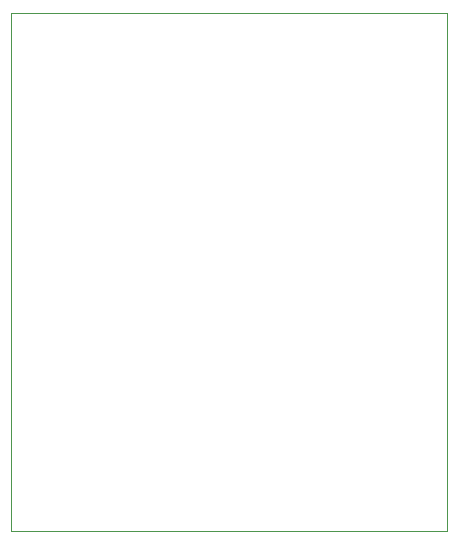
<source format=gbr>
G04 ===== Begin FILE IDENTIFICATION =====*
G04 File Format:  Gerber RS274X*
G04 ===== End FILE IDENTIFICATION =====*
%FSLAX24Y24*%
%MOIN*%
%SFA1.0000B1.0000*%
%OFA0.0B0.0*%
%ADD14C,0.000001*%
%LNbound*%
%IPPOS*%
%LPD*%
G75*
D14*
G01X-394Y-1969D02*
G01X14152D01*

G01Y15307D01*

G01X-394D01*

G01Y-1969D01*
M02*


</source>
